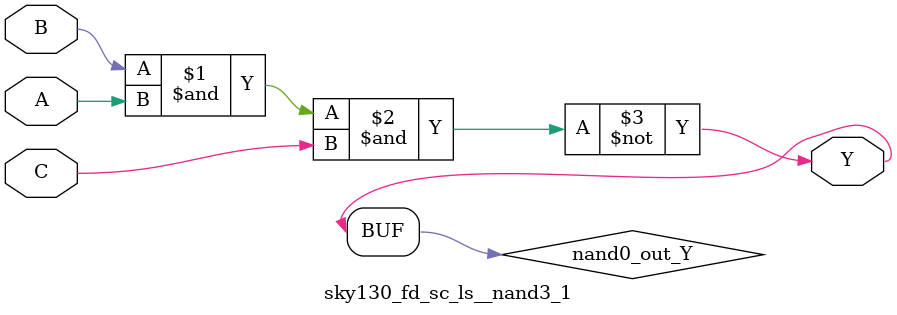
<source format=v>
/*
 * Copyright 2020 The SkyWater PDK Authors
 *
 * Licensed under the Apache License, Version 2.0 (the "License");
 * you may not use this file except in compliance with the License.
 * You may obtain a copy of the License at
 *
 *     https://www.apache.org/licenses/LICENSE-2.0
 *
 * Unless required by applicable law or agreed to in writing, software
 * distributed under the License is distributed on an "AS IS" BASIS,
 * WITHOUT WARRANTIES OR CONDITIONS OF ANY KIND, either express or implied.
 * See the License for the specific language governing permissions and
 * limitations under the License.
 *
 * SPDX-License-Identifier: Apache-2.0
*/


`ifndef SKY130_FD_SC_LS__NAND3_1_FUNCTIONAL_V
`define SKY130_FD_SC_LS__NAND3_1_FUNCTIONAL_V

/**
 * nand3: 3-input NAND.
 *
 * Verilog simulation functional model.
 */

`timescale 1ns / 1ps
`default_nettype none

`celldefine
module sky130_fd_sc_ls__nand3_1 (
    Y,
    A,
    B,
    C
);

    // Module ports
    output Y;
    input  A;
    input  B;
    input  C;

    // Local signals
    wire nand0_out_Y;

    //   Name   Output       Other arguments
    nand nand0 (nand0_out_Y, B, A, C        );
    buf  buf0  (Y          , nand0_out_Y    );

endmodule
`endcelldefine

`default_nettype wire
`endif  // SKY130_FD_SC_LS__NAND3_1_FUNCTIONAL_V

</source>
